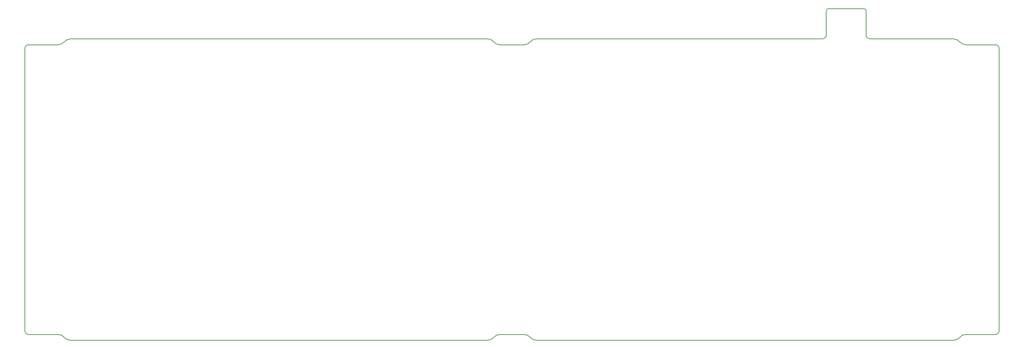
<source format=gbr>
%TF.GenerationSoftware,KiCad,Pcbnew,(7.0.0)*%
%TF.CreationDate,2024-04-06T15:31:58+02:00*%
%TF.ProjectId,forti EC,666f7274-6920-4454-932e-6b696361645f,rev?*%
%TF.SameCoordinates,Original*%
%TF.FileFunction,Profile,NP*%
%FSLAX46Y46*%
G04 Gerber Fmt 4.6, Leading zero omitted, Abs format (unit mm)*
G04 Created by KiCad (PCBNEW (7.0.0)) date 2024-04-06 15:31:58*
%MOMM*%
%LPD*%
G01*
G04 APERTURE LIST*
%TA.AperFunction,Profile*%
%ADD10C,0.200000*%
%TD*%
G04 APERTURE END LIST*
D10*
X228262500Y-31750000D02*
X156195417Y-31750000D01*
X27193750Y-34232775D02*
X27193750Y-105470790D01*
X145396397Y-32491388D02*
G75*
G03*
X146950712Y-33232775I1554303J1258588D01*
G01*
X229762500Y-24125000D02*
G75*
G03*
X229262500Y-24625000I0J-500000D01*
G01*
X154640624Y-107210388D02*
G75*
G03*
X156193485Y-107950000I1552876J1260388D01*
G01*
X239262500Y-30750000D02*
G75*
G03*
X240262500Y-31750000I1000000J0D01*
G01*
X261319015Y-107950011D02*
G75*
G03*
X262871884Y-107210394I-15J2000011D01*
G01*
X238762500Y-24125000D02*
X229762500Y-24125000D01*
X272843825Y-34232775D02*
G75*
G03*
X271843750Y-33232775I-1000025J-25D01*
G01*
X143844015Y-107950011D02*
G75*
G03*
X145396884Y-107210394I-15J2000011D01*
G01*
X271843750Y-106470750D02*
G75*
G03*
X272843750Y-105470790I50J999950D01*
G01*
X145396408Y-32491379D02*
G75*
G03*
X143842083Y-31750000I-1554308J-1258621D01*
G01*
X143842083Y-31750000D02*
X38720417Y-31750000D01*
X35611788Y-33232775D02*
X28193750Y-33232775D01*
X229262500Y-24625000D02*
X229262500Y-30750000D01*
X228262500Y-31750000D02*
G75*
G03*
X229262500Y-30750000I0J1000000D01*
G01*
X156195417Y-31750015D02*
G75*
G03*
X154641104Y-32491389I-17J-1999985D01*
G01*
X153086788Y-33232775D02*
X146950712Y-33232775D01*
X262871408Y-32491379D02*
G75*
G03*
X261317083Y-31750000I-1554308J-1258621D01*
G01*
X28193750Y-33232850D02*
G75*
G03*
X27193750Y-34232775I-50J-999950D01*
G01*
X38720417Y-31750015D02*
G75*
G03*
X37166104Y-32491389I-17J-1999985D01*
G01*
X146949754Y-106470791D02*
X153087746Y-106470791D01*
X35611788Y-33232775D02*
G75*
G03*
X37166103Y-32491388I12J1999975D01*
G01*
X146949754Y-106470759D02*
G75*
G03*
X145396885Y-107210395I46J-2000041D01*
G01*
X28193750Y-106470790D02*
X35612746Y-106470790D01*
X261317083Y-31750000D02*
X240262500Y-31750000D01*
X37165624Y-107210388D02*
G75*
G03*
X38718485Y-107950000I1552876J1260388D01*
G01*
X264424754Y-106470759D02*
G75*
G03*
X262871885Y-107210395I46J-2000041D01*
G01*
X27193710Y-105470790D02*
G75*
G03*
X28193750Y-106470790I999990J-10D01*
G01*
X38718485Y-107950000D02*
X143844015Y-107950000D01*
X37165591Y-107210415D02*
G75*
G03*
X35612746Y-106470790I-1552891J-1260385D01*
G01*
X271843750Y-33232775D02*
X264425712Y-33232775D01*
X264424754Y-106470790D02*
X271843750Y-106470790D01*
X156193485Y-107950000D02*
X261319015Y-107950000D01*
X262871397Y-32491388D02*
G75*
G03*
X264425712Y-33232775I1554303J1258588D01*
G01*
X154640590Y-107210415D02*
G75*
G03*
X153087746Y-106470791I-1552890J-1260385D01*
G01*
X153086788Y-33232775D02*
G75*
G03*
X154641103Y-32491388I12J1999975D01*
G01*
X239262500Y-24625000D02*
G75*
G03*
X238762500Y-24125000I-500000J0D01*
G01*
X272843750Y-105470790D02*
X272843750Y-34232775D01*
X239262500Y-30750000D02*
X239262500Y-24625000D01*
M02*

</source>
